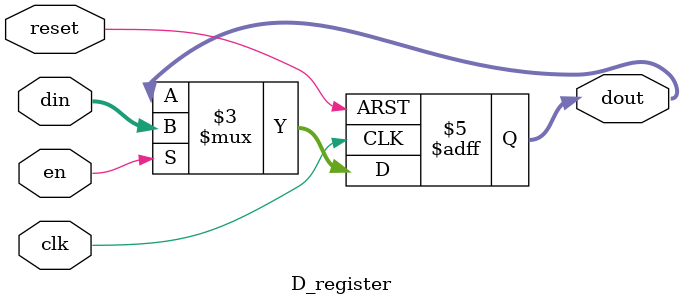
<source format=v>

module D_register(clk,reset,en,din,dout);
    input clk, en, reset;
    input[3:0] din;
    output reg[3:0] dout;


always @(posedge clk,posedge reset)
begin
    if (reset == 1)
        dout <= 4'b0000;
    else if (en)
        dout <= din;

end

endmodule

</source>
